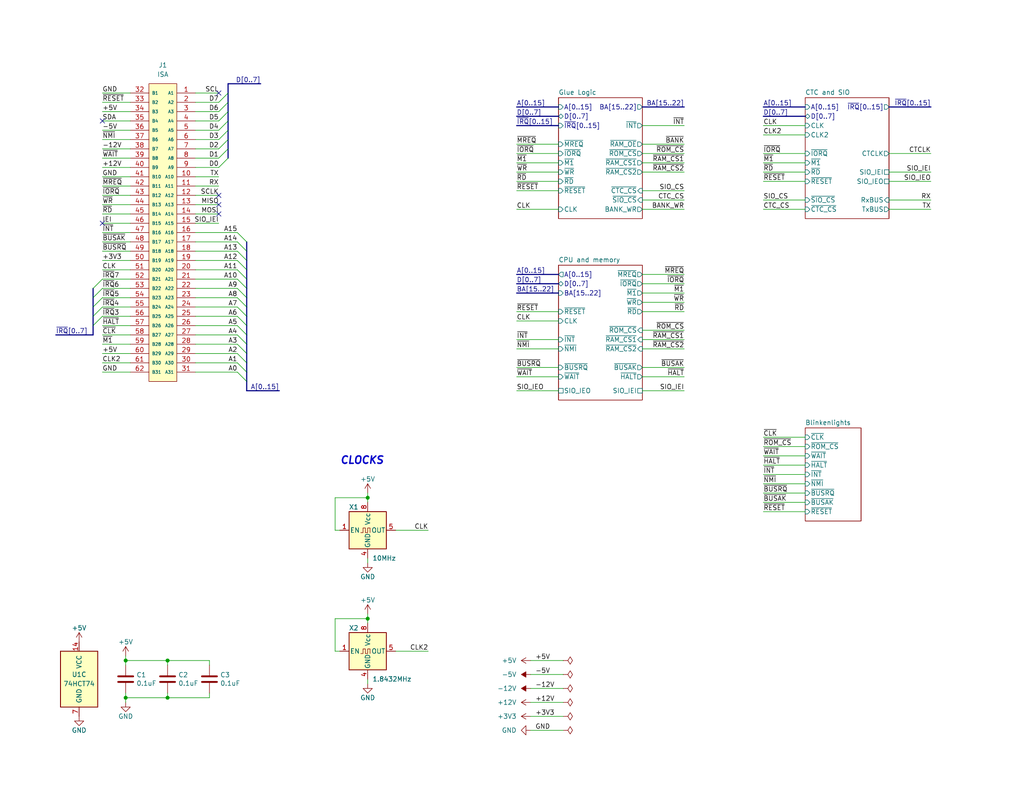
<source format=kicad_sch>
(kicad_sch (version 20230121) (generator eeschema)
  (paper "USLetter")
  (title_block (title "Main board with basic peripherals") (date "2023-08-16") (rev "1") (company "Frédéric Segard") (comment 1 "@microhobbyist") (comment 4 "A big thank you to John Winans for his inspiration, as well as Grant Searle"))
  (lib_symbols
    (symbol "+5V_1" (power) (pin_names (offset 0))
      (property "Value" "+5V_1" (at 0 3.556 0))
      (symbol "+5V_1_0_1"
        (polyline (pts (xy -0.762 1.27) (xy 0 2.54)))
        (polyline (pts (xy 0 0) (xy 0 2.54)))
        (polyline (pts (xy 0 2.54) (xy 0.762 1.27)))
      )
      (symbol "+5V_1_1_1"
        (pin power_in line (at 0 0 90) (length 0) hide (name "+5V") (number "1"))
      )
    )
    (symbol "0_Library:ISA_CARD_CONNECTOR_8BIT" (pin_names (offset 0.762))
      (property "Reference" "J" (at 0 3.81 0))
      (property "Value" "ISA" (at 0 1.27 0))
      (symbol "ISA_CARD_CONNECTOR_8BIT_0_0"
        (pin passive line (at 8.89 -2.54 180) (length 5.08) (name "A1") (number "1"))
        (pin passive line (at 8.89 -25.4 180) (length 5.08) (name "A10") (number "10"))
        (pin passive line (at 8.89 -27.94 180) (length 5.08) (name "A11") (number "11"))
        (pin passive line (at 8.89 -30.48 180) (length 5.08) (name "A12") (number "12"))
        (pin passive line (at 8.89 -33.02 180) (length 5.08) (name "A13") (number "13"))
        (pin passive line (at 8.89 -35.56 180) (length 5.08) (name "A14") (number "14"))
        (pin passive line (at 8.89 -38.1 180) (length 5.08) (name "A15") (number "15"))
        (pin passive line (at 8.89 -40.64 180) (length 5.08) (name "A16") (number "16"))
        (pin passive line (at 8.89 -43.18 180) (length 5.08) (name "A17") (number "17"))
        (pin passive line (at 8.89 -45.72 180) (length 5.08) (name "A18") (number "18"))
        (pin passive line (at 8.89 -48.26 180) (length 5.08) (name "A19") (number "19"))
        (pin passive line (at 8.89 -5.08 180) (length 5.08) (name "A2") (number "2"))
        (pin passive line (at 8.89 -50.8 180) (length 5.08) (name "A20") (number "20"))
        (pin passive line (at 8.89 -53.34 180) (length 5.08) (name "A21") (number "21"))
        (pin passive line (at 8.89 -55.88 180) (length 5.08) (name "A22") (number "22"))
        (pin passive line (at 8.89 -58.42 180) (length 5.08) (name "A23") (number "23"))
        (pin passive line (at 8.89 -60.96 180) (length 5.08) (name "A24") (number "24"))
        (pin passive line (at 8.89 -63.5 180) (length 5.08) (name "A25") (number "25"))
        (pin passive line (at 8.89 -66.04 180) (length 5.08) (name "A26") (number "26"))
        (pin passive line (at 8.89 -68.58 180) (length 5.08) (name "A27") (number "27"))
        (pin passive line (at 8.89 -71.12 180) (length 5.08) (name "A28") (number "28"))
        (pin passive line (at 8.89 -73.66 180) (length 5.08) (name "A29") (number "29"))
        (pin passive line (at 8.89 -7.62 180) (length 5.08) (name "A3") (number "3"))
        (pin passive line (at 8.89 -76.2 180) (length 5.08) (name "A30") (number "30"))
        (pin passive line (at 8.89 -78.74 180) (length 5.08) (name "A31") (number "31"))
        (pin passive line (at -8.89 -2.54 0) (length 5.08) (name "B1") (number "32"))
        (pin passive line (at -8.89 -5.08 0) (length 5.08) (name "B2") (number "33"))
        (pin passive line (at -8.89 -7.62 0) (length 5.08) (name "B3") (number "34"))
        (pin passive line (at -8.89 -10.16 0) (length 5.08) (name "B4") (number "35"))
        (pin passive line (at -8.89 -12.7 0) (length 5.08) (name "B5") (number "36"))
        (pin passive line (at -8.89 -15.24 0) (length 5.08) (name "B6") (number "37"))
        (pin passive line (at -8.89 -17.78 0) (length 5.08) (name "B7") (number "38"))
        (pin passive line (at -8.89 -20.32 0) (length 5.08) (name "B8") (number "39"))
        (pin passive line (at 8.89 -10.16 180) (length 5.08) (name "A4") (number "4"))
        (pin passive line (at -8.89 -22.86 0) (length 5.08) (name "B9") (number "40"))
        (pin passive line (at -8.89 -25.4 0) (length 5.08) (name "B10") (number "41"))
        (pin passive line (at -8.89 -27.94 0) (length 5.08) (name "B11") (number "42"))
        (pin passive line (at -8.89 -30.48 0) (length 5.08) (name "B12") (number "43"))
        (pin passive line (at -8.89 -33.02 0) (length 5.08) (name "B13") (number "44"))
        (pin passive line (at -8.89 -35.56 0) (length 5.08) (name "B14") (number "45"))
        (pin passive line (at -8.89 -38.1 0) (length 5.08) (name "B15") (number "46"))
        (pin passive line (at -8.89 -40.64 0) (length 5.08) (name "B16") (number "47"))
        (pin passive line (at -8.89 -43.18 0) (length 5.08) (name "B17") (number "48"))
        (pin passive line (at -8.89 -45.72 0) (length 5.08) (name "B18") (number "49"))
        (pin passive line (at 8.89 -12.7 180) (length 5.08) (name "A5") (number "5"))
        (pin passive line (at -8.89 -48.26 0) (length 5.08) (name "B19") (number "50"))
        (pin passive line (at -8.89 -50.8 0) (length 5.08) (name "B20") (number "51"))
        (pin passive line (at -8.89 -53.34 0) (length 5.08) (name "B21") (number "52"))
        (pin passive line (at -8.89 -55.88 0) (length 5.08) (name "B22") (number "53"))
        (pin passive line (at -8.89 -58.42 0) (length 5.08) (name "B23") (number "54"))
        (pin passive line (at -8.89 -60.96 0) (length 5.08) (name "B24") (number "55"))
        (pin passive line (at -8.89 -63.5 0) (length 5.08) (name "B25") (number "56"))
        (pin passive line (at -8.89 -66.04 0) (length 5.08) (name "B26") (number "57"))
        (pin passive line (at -8.89 -68.58 0) (length 5.08) (name "B27") (number "58"))
        (pin passive line (at -8.89 -71.12 0) (length 5.08) (name "B28") (number "59"))
        (pin passive line (at 8.89 -15.24 180) (length 5.08) (name "A6") (number "6"))
        (pin passive line (at -8.89 -73.66 0) (length 5.08) (name "B29") (number "60"))
        (pin passive line (at -8.89 -76.2 0) (length 5.08) (name "B30") (number "61"))
        (pin passive line (at -8.89 -78.74 0) (length 5.08) (name "B31") (number "62"))
        (pin passive line (at 8.89 -17.78 180) (length 5.08) (name "A7") (number "7"))
        (pin passive line (at 8.89 -20.32 180) (length 5.08) (name "A8") (number "8"))
        (pin passive line (at 8.89 -22.86 180) (length 5.08) (name "A9") (number "9"))
      )
      (symbol "ISA_CARD_CONNECTOR_8BIT_0_1"
        (rectangle (start -3.81 0) (end 3.81 -81.28) (fill (type background)))
      )
    )
    (symbol "74xx:74HC74" (pin_names (offset 1.016))
      (property "Reference" "U" (at -7.62 8.89 0))
      (property "Value" "74HC74" (at -7.62 -8.89 0))
      (symbol "74HC74_1_0"
        (pin input line (at 0 -7.62 90) (length 2.54) (name "~{R}") (number "1"))
        (pin input line (at -7.62 2.54 0) (length 2.54) (name "D") (number "2"))
        (pin input clock (at -7.62 0 0) (length 2.54) (name "C") (number "3"))
        (pin input line (at 0 7.62 270) (length 2.54) (name "~{S}") (number "4"))
        (pin output line (at 7.62 2.54 180) (length 2.54) (name "Q") (number "5"))
        (pin output line (at 7.62 -2.54 180) (length 2.54) (name "~{Q}") (number "6"))
      )
      (symbol "74HC74_1_1"
        (rectangle (start -5.08 5.08) (end 5.08 -5.08) (stroke (width 0.254)) (fill (type background)))
      )
      (symbol "74HC74_2_0"
        (pin input line (at 0 7.62 270) (length 2.54) (name "~{S}") (number "10"))
        (pin input clock (at -7.62 0 0) (length 2.54) (name "C") (number "11"))
        (pin input line (at -7.62 2.54 0) (length 2.54) (name "D") (number "12"))
        (pin input line (at 0 -7.62 90) (length 2.54) (name "~{R}") (number "13"))
        (pin output line (at 7.62 -2.54 180) (length 2.54) (name "~{Q}") (number "8"))
        (pin output line (at 7.62 2.54 180) (length 2.54) (name "Q") (number "9"))
      )
      (symbol "74HC74_2_1"
        (rectangle (start -5.08 5.08) (end 5.08 -5.08) (stroke (width 0.254)) (fill (type background)))
      )
      (symbol "74HC74_3_0"
        (pin power_in line (at 0 10.16 270) (length 2.54) (name "VCC") (number "14"))
        (pin power_in line (at 0 -10.16 90) (length 2.54) (name "GND") (number "7"))
      )
      (symbol "74HC74_3_1"
        (rectangle (start -5.08 7.62) (end 5.08 -7.62) (stroke (width 0.254)) (fill (type background)))
      )
    )
    (symbol "Device:C" (pin_numbers hide) (pin_names (offset 0.254))
      (property "Reference" "C" (at 0.635 2.54 0))
      (property "Value" "C" (at 0.635 -2.54 0))
      (symbol "C_0_1"
        (polyline (pts (xy -2.032 -0.762) (xy 2.032 -0.762)) (stroke (width 0.508)))
        (polyline (pts (xy -2.032 0.762) (xy 2.032 0.762)) (stroke (width 0.508)))
      )
      (symbol "C_1_1"
        (pin passive line (at 0 3.81 270) (length 2.794) (name "~") (number "1"))
        (pin passive line (at 0 -3.81 90) (length 2.794) (name "~") (number "2"))
      )
    )
    (symbol "GND_2" (power) (pin_names (offset 0))
      (property "Value" "GND_2" (at 0 -3.81 0))
      (symbol "GND_2_0_1"
        (polyline (pts (xy 0 0) (xy 0 -1.27) (xy 1.27 -1.27) (xy 0 -2.54) (xy -1.27 -1.27) (xy 0 -1.27)))
      )
      (symbol "GND_2_1_1"
        (pin power_in line (at 0 0 270) (length 0) hide (name "GND") (number "1"))
      )
    )
    (symbol "Oscillator:CXO_DIP8" (pin_names (offset 0.254))
      (property "Reference" "X" (at -5.08 6.35 0))
      (property "Value" "CXO_DIP8" (at 1.27 -6.35 0))
      (symbol "CXO_DIP8_0_1"
        (rectangle (start -5.08 5.08) (end 5.08 -5.08) (stroke (width 0.254)) (fill (type background)))
        (polyline (pts (xy -1.905 -0.635) (xy -1.27 -0.635) (xy -1.27 0.635) (xy -0.635 0.635) (xy -0.635 -0.635) (xy 0 -0.635) (xy 0 0.635) (xy 0.635 0.635) (xy 0.635 -0.635)))
      )
      (symbol "CXO_DIP8_1_1"
        (pin input line (at -7.62 0 0) (length 2.54) (name "EN") (number "1"))
        (pin power_in line (at 0 -7.62 90) (length 2.54) (name "GND") (number "4"))
        (pin output line (at 7.62 0 180) (length 2.54) (name "OUT") (number "5"))
        (pin power_in line (at 0 7.62 270) (length 2.54) (name "Vcc") (number "8"))
      )
    )
    (symbol "power:+12V" (power) (pin_names (offset 0))
      (property "Value" "+12V" (at 0 3.556 0))
      (symbol "+12V_0_1"
        (polyline (pts (xy -0.762 1.27) (xy 0 2.54)))
        (polyline (pts (xy 0 0) (xy 0 2.54)))
        (polyline (pts (xy 0 2.54) (xy 0.762 1.27)))
      )
      (symbol "+12V_1_1"
        (pin power_in line (at 0 0 90) (length 0) hide (name "+12V") (number "1"))
      )
    )
    (symbol "power:+3V3" (power) (pin_names (offset 0))
      (property "Value" "+3V3" (at 0 3.556 0))
      (symbol "+3V3_0_1"
        (polyline (pts (xy -0.762 1.27) (xy 0 2.54)))
        (polyline (pts (xy 0 0) (xy 0 2.54)))
        (polyline (pts (xy 0 2.54) (xy 0.762 1.27)))
      )
      (symbol "+3V3_1_1"
        (pin power_in line (at 0 0 90) (length 0) hide (name "+3V3") (number "1"))
      )
    )
    (symbol "power:+5V" (power) (pin_names (offset 0))
      (property "Value" "+5V" (at 0 3.556 0))
      (symbol "+5V_0_1"
        (polyline (pts (xy -0.762 1.27) (xy 0 2.54)))
        (polyline (pts (xy 0 0) (xy 0 2.54)))
        (polyline (pts (xy 0 2.54) (xy 0.762 1.27)))
      )
      (symbol "+5V_1_1"
        (pin power_in line (at 0 0 90) (length 0) hide (name "+5V") (number "1"))
      )
    )
    (symbol "power:-12V" (power) (pin_names (offset 0))
      (property "Value" "-12V" (at 0 3.81 0))
      (symbol "-12V_0_0"
        (pin power_in line (at 0 0 90) (length 0) hide (name "-12V") (number "1"))
      )
      (symbol "-12V_0_1"
        (polyline (pts (xy 0 0) (xy 0 1.27) (xy 0.762 1.27) (xy 0 2.54) (xy -0.762 1.27) (xy 0 1.27)) (fill (type outline)))
      )
    )
    (symbol "power:-5V" (power) (pin_names (offset 0))
      (property "Value" "-5V" (at 0 3.81 0))
      (symbol "-5V_0_0"
        (pin power_in line (at 0 0 90) (length 0) hide (name "-5V") (number "1"))
      )
      (symbol "-5V_0_1"
        (polyline (pts (xy 0 0) (xy 0 1.27) (xy 0.762 1.27) (xy 0 2.54) (xy -0.762 1.27) (xy 0 1.27)) (fill (type outline)))
      )
    )
    (symbol "power:GND" (power) (pin_names (offset 0))
      (property "Value" "GND" (at 0 -3.81 0))
      (symbol "GND_0_1"
        (polyline (pts (xy 0 0) (xy 0 -1.27) (xy 1.27 -1.27) (xy 0 -2.54) (xy -1.27 -1.27) (xy 0 -1.27)))
      )
      (symbol "GND_1_1"
        (pin power_in line (at 0 0 270) (length 0) hide (name "GND") (number "1"))
      )
    )
    (symbol "power:PWR_FLAG" (power) (pin_numbers hide) (pin_names (offset 0) hide)
      (property "Value" "PWR_FLAG" (at 0 3.81 0))
      (symbol "PWR_FLAG_0_0"
        (pin power_out line (at 0 0 90) (length 0) (name "pwr") (number "1"))
      )
      (symbol "PWR_FLAG_0_1"
        (polyline (pts (xy 0 0) (xy 0 1.27) (xy -1.016 1.905) (xy 0 2.54) (xy 1.016 1.905) (xy 0 1.27)))
      )
    )
  )
  (junction (at 34.29 180.34))
  (junction (at 100.33 135.89))
  (junction (at 100.33 168.91))
  (junction (at 34.29 190.5))
  (junction (at 45.72 190.5))
  (junction (at 45.72 180.34))
  (no_connect (at 27.94 60.96))
  (no_connect (at 27.94 33.02))
  (no_connect (at 59.69 55.88))
  (no_connect (at 59.69 58.42))
  (no_connect (at 59.69 25.4))
  (no_connect (at 59.69 53.34))
  (bus_entry (at 67.31 73.66) (size -2.54 -2.54))
  (bus_entry (at 67.31 66.04) (size -2.54 -2.54))
  (bus_entry (at 25.4 86.36) (size 2.54 -2.54))
  (bus_entry (at 59.69 45.72) (size 2.54 -2.54))
  (bus_entry (at 59.69 33.02) (size 2.54 -2.54))
  (bus_entry (at 67.31 96.52) (size -2.54 -2.54))
  (bus_entry (at 59.69 27.94) (size 2.54 -2.54))
  (bus_entry (at 67.31 78.74) (size -2.54 -2.54))
  (bus_entry (at 25.4 81.28) (size 2.54 -2.54))
  (bus_entry (at 67.31 81.28) (size -2.54 -2.54))
  (bus_entry (at 67.31 83.82) (size -2.54 -2.54))
  (bus_entry (at 67.31 101.6) (size -2.54 -2.54))
  (bus_entry (at 25.4 88.9) (size 2.54 -2.54))
  (bus_entry (at 25.4 83.82) (size 2.54 -2.54))
  (bus_entry (at 67.31 68.58) (size -2.54 -2.54))
  (bus_entry (at 67.31 71.12) (size -2.54 -2.54))
  (bus_entry (at 67.31 91.44) (size -2.54 -2.54))
  (bus_entry (at 67.31 93.98) (size -2.54 -2.54))
  (bus_entry (at 59.69 43.18) (size 2.54 -2.54))
  (bus_entry (at 59.69 30.48) (size 2.54 -2.54))
  (bus_entry (at 67.31 86.36) (size -2.54 -2.54))
  (bus_entry (at 67.31 76.2) (size -2.54 -2.54))
  (bus_entry (at 67.31 88.9) (size -2.54 -2.54))
  (bus_entry (at 67.31 104.14) (size -2.54 -2.54))
  (bus_entry (at 25.4 78.74) (size 2.54 -2.54))
  (bus_entry (at 59.69 40.64) (size 2.54 -2.54))
  (bus_entry (at 67.31 99.06) (size -2.54 -2.54))
  (bus_entry (at 59.69 38.1) (size 2.54 -2.54))
  (bus_entry (at 59.69 35.56) (size 2.54 -2.54))
  (wire (pts (xy 27.94 25.4) (xy 35.56 25.4)))
  (wire (pts (xy 27.94 63.5) (xy 35.56 63.5)))
  (wire (pts (xy 34.29 190.5) (xy 34.29 191.77)))
  (wire (pts (xy 53.34 33.02) (xy 59.69 33.02)))
  (wire (pts (xy 34.29 190.5) (xy 45.72 190.5)))
  (wire (pts (xy 100.33 135.89) (xy 91.44 135.89)))
  (bus (pts (xy 67.31 96.52) (xy 67.31 99.06)))
  (wire (pts (xy 53.34 25.4) (xy 59.69 25.4)))
  (bus (pts (xy 62.23 27.94) (xy 62.23 25.4)))
  (wire (pts (xy 59.69 53.34) (xy 53.34 53.34)))
  (wire (pts (xy 27.94 30.48) (xy 35.56 30.48)))
  (wire (pts (xy 208.28 129.54) (xy 219.71 129.54)))
  (wire (pts (xy 53.34 71.12) (xy 64.77 71.12)))
  (wire (pts (xy 144.78 187.96) (xy 153.67 187.96)))
  (bus (pts (xy 67.31 66.04) (xy 67.31 68.58)))
  (wire (pts (xy 53.34 78.74) (xy 64.77 78.74)))
  (wire (pts (xy 34.29 189.23) (xy 34.29 190.5)))
  (wire (pts (xy 219.71 127) (xy 208.28 127)))
  (wire (pts (xy 242.57 41.91) (xy 254 41.91)))
  (wire (pts (xy 100.33 153.67) (xy 100.33 152.4)))
  (wire (pts (xy 53.34 91.44) (xy 64.77 91.44)))
  (wire (pts (xy 27.94 45.72) (xy 35.56 45.72)))
  (wire (pts (xy 144.78 195.58) (xy 153.67 195.58)))
  (bus (pts (xy 67.31 86.36) (xy 67.31 88.9)))
  (wire (pts (xy 208.28 134.62) (xy 219.71 134.62)))
  (wire (pts (xy 208.28 119.38) (xy 219.71 119.38)))
  (bus (pts (xy 67.31 71.12) (xy 67.31 73.66)))
  (wire (pts (xy 175.26 77.47) (xy 186.69 77.47)))
  (wire (pts (xy 208.28 46.99) (xy 219.71 46.99)))
  (wire (pts (xy 100.33 134.62) (xy 100.33 135.89)))
  (wire (pts (xy 140.97 49.53) (xy 152.4 49.53)))
  (wire (pts (xy 208.28 41.91) (xy 219.71 41.91)))
  (wire (pts (xy 175.26 46.99) (xy 186.69 46.99)))
  (wire (pts (xy 27.94 48.26) (xy 35.56 48.26)))
  (wire (pts (xy 140.97 85.09) (xy 152.4 85.09)))
  (wire (pts (xy 107.95 144.78) (xy 116.84 144.78)))
  (wire (pts (xy 27.94 68.58) (xy 35.56 68.58)))
  (wire (pts (xy 45.72 190.5) (xy 57.15 190.5)))
  (wire (pts (xy 27.94 99.06) (xy 35.56 99.06)))
  (bus (pts (xy 62.23 33.02) (xy 62.23 30.48)))
  (bus (pts (xy 67.31 78.74) (xy 67.31 81.28)))
  (wire (pts (xy 53.34 27.94) (xy 59.69 27.94)))
  (wire (pts (xy 100.33 167.64) (xy 100.33 168.91)))
  (wire (pts (xy 175.26 39.37) (xy 186.69 39.37)))
  (bus (pts (xy 67.31 73.66) (xy 67.31 76.2)))
  (wire (pts (xy 175.26 34.29) (xy 186.69 34.29)))
  (bus (pts (xy 140.97 31.75) (xy 152.4 31.75)))
  (wire (pts (xy 175.26 80.01) (xy 186.69 80.01)))
  (wire (pts (xy 140.97 102.87) (xy 152.4 102.87)))
  (wire (pts (xy 175.26 41.91) (xy 186.69 41.91)))
  (bus (pts (xy 67.31 81.28) (xy 67.31 83.82)))
  (wire (pts (xy 107.95 177.8) (xy 116.84 177.8)))
  (wire (pts (xy 34.29 180.34) (xy 34.29 181.61)))
  (bus (pts (xy 67.31 99.06) (xy 67.31 101.6)))
  (wire (pts (xy 53.34 81.28) (xy 64.77 81.28)))
  (wire (pts (xy 175.26 100.33) (xy 186.69 100.33)))
  (wire (pts (xy 91.44 168.91) (xy 91.44 177.8)))
  (wire (pts (xy 53.34 40.64) (xy 59.69 40.64)))
  (bus (pts (xy 67.31 68.58) (xy 67.31 71.12)))
  (wire (pts (xy 34.29 180.34) (xy 45.72 180.34)))
  (wire (pts (xy 254 49.53) (xy 242.57 49.53)))
  (wire (pts (xy 27.94 55.88) (xy 35.56 55.88)))
  (wire (pts (xy 140.97 46.99) (xy 152.4 46.99)))
  (wire (pts (xy 100.33 186.69) (xy 100.33 185.42)))
  (wire (pts (xy 175.26 90.17) (xy 186.69 90.17)))
  (wire (pts (xy 27.94 43.18) (xy 35.56 43.18)))
  (wire (pts (xy 100.33 168.91) (xy 91.44 168.91)))
  (bus (pts (xy 67.31 83.82) (xy 67.31 86.36)))
  (wire (pts (xy 140.97 41.91) (xy 152.4 41.91)))
  (wire (pts (xy 53.34 43.18) (xy 59.69 43.18)))
  (bus (pts (xy 175.26 29.21) (xy 186.69 29.21)))
  (bus (pts (xy 62.23 22.86) (xy 71.12 22.86)))
  (bus (pts (xy 25.4 86.36) (xy 25.4 88.9)))
  (bus (pts (xy 62.23 43.18) (xy 62.23 40.64)))
  (bus (pts (xy 25.4 88.9) (xy 25.4 91.44)))
  (bus (pts (xy 67.31 93.98) (xy 67.31 96.52)))
  (wire (pts (xy 140.97 95.25) (xy 152.4 95.25)))
  (wire (pts (xy 27.94 96.52) (xy 35.56 96.52)))
  (wire (pts (xy 208.28 49.53) (xy 219.71 49.53)))
  (wire (pts (xy 53.34 96.52) (xy 64.77 96.52)))
  (bus (pts (xy 67.31 104.14) (xy 67.31 106.68)))
  (wire (pts (xy 175.26 44.45) (xy 186.69 44.45)))
  (wire (pts (xy 53.34 30.48) (xy 59.69 30.48)))
  (wire (pts (xy 53.34 35.56) (xy 59.69 35.56)))
  (wire (pts (xy 27.94 58.42) (xy 35.56 58.42)))
  (wire (pts (xy 186.69 54.61) (xy 175.26 54.61)))
  (wire (pts (xy 53.34 93.98) (xy 64.77 93.98)))
  (wire (pts (xy 175.26 106.68) (xy 186.69 106.68)))
  (wire (pts (xy 140.97 39.37) (xy 152.4 39.37)))
  (bus (pts (xy 62.23 35.56) (xy 62.23 33.02)))
  (wire (pts (xy 208.28 139.7) (xy 219.71 139.7)))
  (wire (pts (xy 59.69 58.42) (xy 53.34 58.42)))
  (wire (pts (xy 53.34 60.96) (xy 59.69 60.96)))
  (bus (pts (xy 62.23 30.48) (xy 62.23 27.94)))
  (wire (pts (xy 27.94 81.28) (xy 35.56 81.28)))
  (wire (pts (xy 27.94 101.6) (xy 35.56 101.6)))
  (wire (pts (xy 175.26 57.15) (xy 186.69 57.15)))
  (bus (pts (xy 67.31 76.2) (xy 67.31 78.74)))
  (wire (pts (xy 91.44 177.8) (xy 92.71 177.8)))
  (wire (pts (xy 27.94 76.2) (xy 35.56 76.2)))
  (bus (pts (xy 25.4 83.82) (xy 25.4 86.36)))
  (wire (pts (xy 27.94 60.96) (xy 35.56 60.96)))
  (wire (pts (xy 175.26 95.25) (xy 186.69 95.25)))
  (wire (pts (xy 53.34 38.1) (xy 59.69 38.1)))
  (wire (pts (xy 175.26 82.55) (xy 186.69 82.55)))
  (wire (pts (xy 27.94 33.02) (xy 35.56 33.02)))
  (wire (pts (xy 27.94 91.44) (xy 35.56 91.44)))
  (bus (pts (xy 25.4 81.28) (xy 25.4 83.82)))
  (wire (pts (xy 53.34 88.9) (xy 64.77 88.9)))
  (bus (pts (xy 140.97 77.47) (xy 152.4 77.47)))
  (wire (pts (xy 144.78 191.77) (xy 153.67 191.77)))
  (wire (pts (xy 53.34 73.66) (xy 64.77 73.66)))
  (bus (pts (xy 242.57 29.21) (xy 254 29.21)))
  (wire (pts (xy 27.94 73.66) (xy 35.56 73.66)))
  (wire (pts (xy 53.34 83.82) (xy 64.77 83.82)))
  (wire (pts (xy 27.94 83.82) (xy 35.56 83.82)))
  (wire (pts (xy 27.94 78.74) (xy 35.56 78.74)))
  (wire (pts (xy 208.28 132.08) (xy 219.71 132.08)))
  (wire (pts (xy 53.34 66.04) (xy 64.77 66.04)))
  (wire (pts (xy 175.26 74.93) (xy 186.69 74.93)))
  (bus (pts (xy 67.31 88.9) (xy 67.31 91.44)))
  (wire (pts (xy 53.34 48.26) (xy 59.69 48.26)))
  (wire (pts (xy 242.57 57.15) (xy 254 57.15)))
  (wire (pts (xy 208.28 44.45) (xy 219.71 44.45)))
  (wire (pts (xy 208.28 54.61) (xy 219.71 54.61)))
  (bus (pts (xy 62.23 25.4) (xy 62.23 22.86)))
  (bus (pts (xy 140.97 74.93) (xy 152.4 74.93)))
  (wire (pts (xy 57.15 189.23) (xy 57.15 190.5)))
  (wire (pts (xy 34.29 179.07) (xy 34.29 180.34)))
  (wire (pts (xy 140.97 44.45) (xy 152.4 44.45)))
  (bus (pts (xy 208.28 31.75) (xy 219.71 31.75)))
  (bus (pts (xy 67.31 106.68) (xy 76.2 106.68)))
  (bus (pts (xy 140.97 34.29) (xy 152.4 34.29)))
  (wire (pts (xy 100.33 168.91) (xy 100.33 170.18)))
  (bus (pts (xy 25.4 78.74) (xy 25.4 81.28)))
  (wire (pts (xy 27.94 53.34) (xy 35.56 53.34)))
  (wire (pts (xy 186.69 52.07) (xy 175.26 52.07)))
  (wire (pts (xy 45.72 189.23) (xy 45.72 190.5)))
  (wire (pts (xy 45.72 181.61) (xy 45.72 180.34)))
  (wire (pts (xy 27.94 50.8) (xy 35.56 50.8)))
  (wire (pts (xy 144.78 199.39) (xy 153.67 199.39)))
  (bus (pts (xy 208.28 29.21) (xy 219.71 29.21)))
  (wire (pts (xy 27.94 86.36) (xy 35.56 86.36)))
  (wire (pts (xy 57.15 181.61) (xy 57.15 180.34)))
  (wire (pts (xy 140.97 57.15) (xy 152.4 57.15)))
  (bus (pts (xy 140.97 29.21) (xy 152.4 29.21)))
  (bus (pts (xy 67.31 91.44) (xy 67.31 93.98)))
  (wire (pts (xy 140.97 106.68) (xy 152.4 106.68)))
  (wire (pts (xy 208.28 124.46) (xy 219.71 124.46)))
  (wire (pts (xy 208.28 36.83) (xy 219.71 36.83)))
  (wire (pts (xy 27.94 35.56) (xy 35.56 35.56)))
  (wire (pts (xy 59.69 55.88) (xy 53.34 55.88)))
  (wire (pts (xy 53.34 50.8) (xy 59.69 50.8)))
  (wire (pts (xy 242.57 54.61) (xy 254 54.61)))
  (wire (pts (xy 208.28 57.15) (xy 219.71 57.15)))
  (bus (pts (xy 62.23 38.1) (xy 62.23 35.56)))
  (wire (pts (xy 27.94 40.64) (xy 35.56 40.64)))
  (wire (pts (xy 27.94 66.04) (xy 35.56 66.04)))
  (wire (pts (xy 53.34 63.5) (xy 64.77 63.5)))
  (wire (pts (xy 175.26 102.87) (xy 186.69 102.87)))
  (wire (pts (xy 175.26 85.09) (xy 186.69 85.09)))
  (wire (pts (xy 219.71 121.92) (xy 208.28 121.92)))
  (wire (pts (xy 53.34 99.06) (xy 64.77 99.06)))
  (wire (pts (xy 140.97 87.63) (xy 152.4 87.63)))
  (wire (pts (xy 144.78 180.34) (xy 153.67 180.34)))
  (wire (pts (xy 27.94 93.98) (xy 35.56 93.98)))
  (wire (pts (xy 208.28 34.29) (xy 219.71 34.29)))
  (wire (pts (xy 53.34 68.58) (xy 64.77 68.58)))
  (wire (pts (xy 91.44 144.78) (xy 92.71 144.78)))
  (wire (pts (xy 100.33 135.89) (xy 100.33 137.16)))
  (bus (pts (xy 15.24 91.44) (xy 25.4 91.44)))
  (wire (pts (xy 242.57 46.99) (xy 254 46.99)))
  (wire (pts (xy 27.94 88.9) (xy 35.56 88.9)))
  (wire (pts (xy 140.97 92.71) (xy 152.4 92.71)))
  (bus (pts (xy 67.31 101.6) (xy 67.31 104.14)))
  (wire (pts (xy 219.71 137.16) (xy 208.28 137.16)))
  (wire (pts (xy 144.78 184.15) (xy 153.67 184.15)))
  (wire (pts (xy 53.34 86.36) (xy 64.77 86.36)))
  (bus (pts (xy 62.23 40.64) (xy 62.23 38.1)))
  (wire (pts (xy 53.34 45.72) (xy 59.69 45.72)))
  (wire (pts (xy 27.94 38.1) (xy 35.56 38.1)))
  (wire (pts (xy 91.44 135.89) (xy 91.44 144.78)))
  (wire (pts (xy 45.72 180.34) (xy 57.15 180.34)))
  (wire (pts (xy 53.34 76.2) (xy 64.77 76.2)))
  (wire (pts (xy 27.94 27.94) (xy 35.56 27.94)))
  (wire (pts (xy 53.34 101.6) (xy 64.77 101.6)))
  (wire (pts (xy 175.26 92.71) (xy 186.69 92.71)))
  (wire (pts (xy 140.97 52.07) (xy 152.4 52.07)))
  (wire (pts (xy 140.97 100.33) (xy 152.4 100.33)))
  (bus (pts (xy 140.97 80.01) (xy 152.4 80.01)))
  (wire (pts (xy 35.56 71.12) (xy 27.94 71.12)))
  (text "CLOCKS" (at 92.71 127 0) (effects (font (size 2 2) (thickness 0.4) bold italic) (justify left bottom)))
  (label "~{MREQ}" (at 186.69 74.93 180))
  (label "~{M1}" (at 27.94 93.98 0))
  (label "~{BUSRQ}" (at 208.28 134.62 0))
  (label "A2" (at 64.77 96.52 180))
  (label "D4" (at 59.69 35.56 180))
  (label "~{ROM_CS}" (at 208.28 121.92 0))
  (label "~{HALT}" (at 27.94 88.9 0))
  (label "CLK" (at 27.94 73.66 0))
  (label "~{WAIT}" (at 140.97 102.87 0))
  (label "-5V" (at 27.94 35.56 0))
  (label "CLK2" (at 116.84 177.8 180))
  (label "~{MREQ}" (at 140.97 39.37 0))
  (label "+5V" (at 27.94 30.48 0))
  (label "A4" (at 64.77 91.44 180))
  (label "CLK" (at 140.97 57.15 0))
  (label "~{WR}" (at 140.97 46.99 0))
  (label "~{IRQ}[0..15]" (at 254 29.21 180))
  (label "~{IRQ}4" (at 27.94 83.82 0))
  (label "A14" (at 64.77 66.04 180))
  (label "~{CLK}" (at 27.94 91.44 0))
  (label "CLK2" (at 27.94 99.06 0))
  (label "~{HALT}" (at 208.28 127 0))
  (label "~{BANK}" (at 186.69 39.37 180))
  (label "GND" (at 146.05 199.39 0))
  (label "~{INT}" (at 140.97 92.71 0))
  (label "~{IRQ}[0..15]" (at 140.97 34.29 0))
  (label "A0" (at 64.77 101.6 180))
  (label "A[0..15]" (at 208.28 29.21 0))
  (label "~{IORQ}" (at 140.97 41.91 0))
  (label "~{RESET}" (at 27.94 27.94 0))
  (label "SIO_IEI" (at 59.69 60.96 180))
  (label "~{INT}" (at 186.69 34.29 180))
  (label "~{RD}" (at 208.28 46.99 0))
  (label "BA[15..22]" (at 186.69 29.21 180))
  (label "CLK" (at 140.97 87.63 0))
  (label "~{WR}" (at 186.69 82.55 180))
  (label "SIO_CS" (at 186.69 52.07 180))
  (label "TX" (at 59.69 48.26 180))
  (label "A6" (at 64.77 86.36 180))
  (label "A[0..15]" (at 140.97 29.21 0))
  (label "MOSI" (at 59.69 58.42 180))
  (label "SCL" (at 59.69 25.4 180))
  (label "CTCLK" (at 254 41.91 180))
  (label "D1" (at 59.69 43.18 180))
  (label "~{NMI}" (at 27.94 38.1 0))
  (label "~{IRQ}[0..7]" (at 15.24 91.44 0))
  (label "~{M1}" (at 186.69 80.01 180))
  (label "CLK2" (at 208.28 36.83 0))
  (label "~{NMI}" (at 140.97 95.25 0))
  (label "D0" (at 59.69 45.72 180))
  (label "MISO" (at 59.69 55.88 180))
  (label "~{M1}" (at 208.28 44.45 0))
  (label "~{IRQ}5" (at 27.94 81.28 0))
  (label "A13" (at 64.77 68.58 180))
  (label "A5" (at 64.77 88.9 180))
  (label "SIO_IEO" (at 140.97 106.68 0))
  (label "A7" (at 64.77 83.82 180))
  (label "GND" (at 27.94 25.4 0))
  (label "~{MREQ}" (at 27.94 50.8 0))
  (label "~{RD}" (at 186.69 85.09 180))
  (label "~{IORQ}" (at 208.28 41.91 0))
  (label "D[0..7]" (at 71.12 22.86 180))
  (label "GND" (at 27.94 101.6 0))
  (label "SIO_IEO" (at 254 49.53 180))
  (label "+5V" (at 27.94 96.52 0))
  (label "~{RAM_CS2}" (at 186.69 46.99 180))
  (label "SIO_IEI" (at 254 46.99 180))
  (label "+12V" (at 27.94 45.72 0))
  (label "D7" (at 59.69 27.94 180))
  (label "GND" (at 27.94 48.26 0))
  (label "SIO_IEI" (at 186.69 106.68 180))
  (label "~{WAIT}" (at 27.94 43.18 0))
  (label "BANK_WR" (at 186.69 57.15 180))
  (label "D[0..7]" (at 140.97 31.75 0))
  (label "~{HALT}" (at 186.69 102.87 180))
  (label "A8" (at 64.77 81.28 180))
  (label "D3" (at 59.69 38.1 180))
  (label "+3V3" (at 146.05 195.58 0))
  (label "~{INT}" (at 208.28 129.54 0))
  (label "SCLK" (at 59.69 53.34 180))
  (label "~{IRQ}3" (at 27.94 86.36 0))
  (label "A[0..15]" (at 140.97 74.93 0))
  (label "A1" (at 64.77 99.06 180))
  (label "A15" (at 64.77 63.5 180))
  (label "RX" (at 59.69 50.8 180))
  (label "D6" (at 59.69 30.48 180))
  (label "~{IRQ}6" (at 27.94 78.74 0))
  (label "~{ROM_CS}" (at 186.69 90.17 180))
  (label "-12V" (at 146.05 187.96 0))
  (label "~{RAM_CS1}" (at 186.69 44.45 180))
  (label "+12V" (at 146.05 191.77 0))
  (label "D[0..7]" (at 208.28 31.75 0))
  (label "~{RD}" (at 140.97 49.53 0))
  (label "SIO_CS" (at 208.28 54.61 0))
  (label "~{RESET}" (at 208.28 49.53 0))
  (label "~{RESET}" (at 208.28 139.7 0))
  (label "TX" (at 254 57.15 180))
  (label "-5V" (at 146.05 184.15 0))
  (label "~{BUSAK}" (at 27.94 66.04 0))
  (label "BA[15..22]" (at 140.97 80.01 0))
  (label "~{BUSAK}" (at 208.28 137.16 0))
  (label "A[0..15]" (at 76.2 106.68 180))
  (label "A9" (at 64.77 78.74 180))
  (label "~{BUSRQ}" (at 27.94 68.58 0))
  (label "~{RESET}" (at 140.97 52.07 0))
  (label "~{BUSRQ}" (at 140.97 100.33 0))
  (label "A10" (at 64.77 76.2 180))
  (label "~{RAM_CS2}" (at 186.69 95.25 180))
  (label "CLK" (at 116.84 144.78 180))
  (label "IEI" (at 27.94 60.96 0))
  (label "+5V" (at 146.05 180.34 0))
  (label "~{INT}" (at 27.94 63.5 0))
  (label "RX" (at 254 54.61 180))
  (label "~{CLK}" (at 208.28 119.38 0))
  (label "~{WR}" (at 27.94 55.88 0))
  (label "~{IORQ}" (at 186.69 77.47 180))
  (label "CTC_CS" (at 208.28 57.15 0))
  (label "~{M1}" (at 140.97 44.45 0))
  (label "A11" (at 64.77 73.66 180))
  (label "~{RAM_CS1}" (at 186.69 92.71 180))
  (label "~{NMI}" (at 208.28 132.08 0))
  (label "~{RD}" (at 27.94 58.42 0))
  (label "CTC_CS" (at 186.69 54.61 180))
  (label "A12" (at 64.77 71.12 180))
  (label "D2" (at 59.69 40.64 180))
  (label "~{WAIT}" (at 208.28 124.46 0))
  (label "~{RESET}" (at 140.97 85.09 0))
  (label "D5" (at 59.69 33.02 180))
  (label "~{BUSAK}" (at 186.69 100.33 180))
  (label "~{IRQ}7" (at 27.94 76.2 0))
  (label "D[0..7]" (at 140.97 77.47 0))
  (label "~{ROM_CS}" (at 186.69 41.91 180))
  (label "+3V3" (at 27.94 71.12 0))
  (label "~{IORQ}" (at 27.94 53.34 0))
  (label "-12V" (at 27.94 40.64 0))
  (label "A3" (at 64.77 93.98 180))
  (label "CLK" (at 208.28 34.29 0))
  (label "SDA" (at 27.94 33.02 0))
  (symbol (lib_name "GND_2") (lib_id "power:GND") (at 100.33 153.67 0) (unit 1)
    (property "Reference" "#PWR06" (effects hide))
    (property "Value" "GND" (at 100.33 157.48 0))
  )
  (symbol (lib_id "power:PWR_FLAG") (at 153.67 199.39 270) (unit 1)
    (property "Reference" "#FLG06" (effects hide))
    (property "Value" "PWR_FLAG" (effects hide))
  )
  (symbol (lib_id "74xx:74HC74") (at 21.59 185.42 0) (unit 3)
    (property "Reference" "U1" (at 21.59 184.15 0))
    (property "Value" "74HCT74" (at 21.59 186.69 0))
    (property "Footprint" "Package_DIP:DIP-14_W7.62mm_Socket" (effects hide))
    (property "Datasheet" "74xx/74hc_hct74.pdf" (effects hide))
  )
  (symbol (lib_id "Oscillator:CXO_DIP8") (at 100.33 177.8 0) (unit 1)
    (property "Reference" "X2" (at 96.52 171.45 0))
    (property "Value" "1.8432MHz" (at 101.6 185.42 0) (effects (justify left)))
    (property "Footprint" "0_Library:DIP-8-4_W7.62mm_Oscillator_Socket" (effects hide))
    (property "Datasheet" "http://cdn-reichelt.de/documents/datenblatt/B400/OSZI.pdf" (effects hide))
  )
  (symbol (lib_id "power:PWR_FLAG") (at 153.67 180.34 270) (unit 1)
    (property "Reference" "#FLG01" (effects hide))
    (property "Value" "PWR_FLAG" (effects hide))
  )
  (symbol (lib_id "Device:C") (at 57.15 185.42 0) (unit 1)
    (property "Reference" "C3" (at 60.071 184.2516 0) (effects (justify left)))
    (property "Value" "0.1uF" (at 60.071 186.563 0) (effects (justify left)))
    (property "Footprint" "Capacitor_THT:C_Disc_D3.0mm_W2.0mm_P2.50mm" (effects hide))
  )
  (symbol (lib_id "power:+3V3") (at 144.78 195.58 90) (unit 1)
    (property "Reference" "#PWR015" (effects hide))
    (property "Value" "+3V3" (at 140.97 195.58 90) (effects (justify left)))
  )
  (symbol (lib_id "power:PWR_FLAG") (at 153.67 184.15 270) (unit 1)
    (property "Reference" "#FLG02" (effects hide))
    (property "Value" "PWR_FLAG" (effects hide))
  )
  (symbol (lib_id "Device:C") (at 45.72 185.42 0) (unit 1)
    (property "Reference" "C2" (at 48.641 184.2516 0) (effects (justify left)))
    (property "Value" "0.1uF" (at 48.641 186.563 0) (effects (justify left)))
    (property "Footprint" "Capacitor_THT:C_Disc_D3.0mm_W2.0mm_P2.50mm" (effects hide))
  )
  (symbol (lib_id "0_Library:ISA_CARD_CONNECTOR_8BIT") (at 44.45 22.86 0) (unit 1)
    (property "Reference" "J1" (at 44.45 17.78 0))
    (property "Value" "ISA" (at 44.45 20.32 0))
    (property "Footprint" "0_Library:BUS_XT v2" (effects hide))
    (property "Datasheet" "https://www.te.com/commerce/DocumentDelivery/DDEController?Action=showdoc&DocId=Customer+Drawing%7F5530843%7FF8%7Fpdf%7FEnglish%7FENG_CD_5530843_F8.pdf%7F6-5530843-5" (effects hide))
    (property "Description" "Standard Card Edge Connectors 100 VRT 062DP" (effects hide))
    (property "Height" "15.494" (effects hide))
    (property "Mouser Part Number" "571-6-5530843-5" (effects hide))
    (property "Mouser Price/Stock" "https://www.mouser.co.uk/ProductDetail/TE-Connectivity/6-5530843-5?qs=X1mjqRbeMc4evMKvgkFEjA%3D%3D" (effects hide))
    (property "Manufacturer_Name" "TE Connectivity" (effects hide))
    (property "Manufacturer_Part_Number" "6-5530843-5" (effects hide))
  )
  (symbol (lib_id "power:-12V") (at 144.78 187.96 90) (unit 1)
    (property "Reference" "#PWR013" (effects hide))
    (property "Value" "-12V" (at 140.97 187.96 90) (effects (justify left)))
  )
  (symbol (lib_id "power:PWR_FLAG") (at 153.67 195.58 270) (unit 1)
    (property "Reference" "#FLG05" (effects hide))
    (property "Value" "PWR_FLAG" (effects hide))
  )
  (symbol (lib_name "GND_2") (lib_id "power:GND") (at 100.33 186.69 0) (unit 1)
    (property "Reference" "#PWR08" (effects hide))
    (property "Value" "GND" (at 100.33 190.5 0))
  )
  (symbol (lib_name "+5V_1") (lib_id "power:+5V") (at 100.33 167.64 0) (unit 1)
    (property "Reference" "#PWR07" (effects hide))
    (property "Value" "+5V" (at 100.33 163.83 0))
  )
  (symbol (lib_id "power:PWR_FLAG") (at 153.67 191.77 270) (unit 1)
    (property "Reference" "#FLG04" (effects hide))
    (property "Value" "PWR_FLAG" (effects hide))
  )
  (symbol (lib_name "GND_2") (lib_id "power:GND") (at 21.59 195.58 0) (unit 1)
    (property "Reference" "#PWR02" (effects hide))
    (property "Value" "GND" (at 21.59 199.39 0))
  )
  (symbol (lib_name "GND_2") (lib_id "power:GND") (at 34.29 191.77 0) (unit 1)
    (property "Reference" "#PWR04" (effects hide))
    (property "Value" "GND" (at 34.29 195.58 0))
  )
  (symbol (lib_id "power:-5V") (at 144.78 184.15 90) (unit 1)
    (property "Reference" "#PWR012" (effects hide))
    (property "Value" "-5V" (at 140.97 184.15 90) (effects (justify left)))
  )
  (symbol (lib_name "+5V_1") (lib_id "power:+5V") (at 21.59 175.26 0) (unit 1)
    (property "Reference" "#PWR01" (effects hide))
    (property "Value" "+5V" (at 21.59 171.45 0))
  )
  (symbol (lib_id "Device:C") (at 34.29 185.42 0) (unit 1)
    (property "Reference" "C1" (at 37.211 184.2516 0) (effects (justify left)))
    (property "Value" "0.1uF" (at 37.211 186.563 0) (effects (justify left)))
    (property "Footprint" "Capacitor_THT:C_Disc_D3.0mm_W2.0mm_P2.50mm" (effects hide))
  )
  (symbol (lib_id "power:+12V") (at 144.78 191.77 90) (unit 1)
    (property "Reference" "#PWR014" (effects hide))
    (property "Value" "+12V" (at 140.97 191.77 90) (effects (justify left)))
  )
  (symbol (lib_id "power:+5V") (at 144.78 180.34 90) (unit 1)
    (property "Reference" "#PWR011" (effects hide))
    (property "Value" "+5V" (at 140.97 180.34 90) (effects (justify left)))
  )
  (symbol (lib_id "power:GND") (at 144.78 199.39 270) (unit 1)
    (property "Reference" "#PWR016" (effects hide))
    (property "Value" "GND" (at 140.97 199.39 90) (effects (justify right)))
  )
  (symbol (lib_id "Oscillator:CXO_DIP8") (at 100.33 144.78 0) (unit 1)
    (property "Reference" "X1" (at 96.52 138.43 0))
    (property "Value" "10MHz" (at 101.6 152.4 0) (effects (justify left)))
    (property "Footprint" "0_Library:DIP-8-4_W7.62mm_Oscillator_Socket" (effects hide))
    (property "Datasheet" "http://cdn-reichelt.de/documents/datenblatt/B400/OSZI.pdf" (effects hide))
  )
  (symbol (lib_name "+5V_1") (lib_id "power:+5V") (at 100.33 134.62 0) (unit 1)
    (property "Reference" "#PWR05" (effects hide))
    (property "Value" "+5V" (at 100.33 130.81 0))
  )
  (symbol (lib_id "power:PWR_FLAG") (at 153.67 187.96 270) (unit 1)
    (property "Reference" "#FLG03" (effects hide))
    (property "Value" "PWR_FLAG" (effects hide))
  )
  (symbol (lib_name "+5V_1") (lib_id "power:+5V") (at 34.29 179.07 0) (unit 1)
    (property "Reference" "#PWR03" (effects hide))
    (property "Value" "+5V" (at 34.29 175.26 0))
  )
  (sheet (at 219.71 26.67) (size 22.86 33.02) (stroke (width 0.1524))
    (property "Sheetname" "CTC and SIO" (at 219.71 25.9584 0) (effects (justify left bottom)))
    (property "Sheetfile" "SIOandPIO.kicad_sch" (effects hide))
    (pin "A[0..15]" input (at 219.71 29.21 180))
    (pin "~{IRQ}[0..15]" output (at 242.57 29.21 0))
    (pin "~{SIO_CS}" input (at 219.71 54.61 180))
    (pin "~{RESET}" input (at 219.71 49.53 180))
    (pin "TxBUS" output (at 242.57 57.15 0))
    (pin "RxBUS" input (at 242.57 54.61 0))
    (pin "~{RD}" input (at 219.71 46.99 180))
    (pin "~{IORQ}" input (at 219.71 41.91 180))
    (pin "~{M1}" input (at 219.71 44.45 180))
    (pin "CLK" input (at 219.71 34.29 180))
    (pin "CLK2" input (at 219.71 36.83 180))
    (pin "D[0..7]" bidirectional (at 219.71 31.75 180))
    (pin "CTCLK" output (at 242.57 41.91 0))
    (pin "~{CTC_CS}" input (at 219.71 57.15 180))
    (pin "SIO_IEI" passive (at 242.57 46.99 0))
    (pin "SIO_IEO" passive (at 242.57 49.53 0))
  )
  (sheet (at 152.4 72.39) (size 22.86 36.83) (stroke (width 0.1524))
    (property "Sheetname" "CPU and memory" (at 152.4 71.6784 0) (effects (justify left bottom)))
    (property "Sheetfile" "CPUandMemory.kicad_sch" (effects hide))
    (pin "D[0..7]" bidirectional (at 152.4 77.47 180))
    (pin "~{BUSAK}" output (at 175.26 100.33 0))
    (pin "~{RESET}" input (at 152.4 85.09 180))
    (pin "CLK" input (at 152.4 87.63 180))
    (pin "~{BUSRQ}" input (at 152.4 100.33 180))
    (pin "~{INT}" input (at 152.4 92.71 180))
    (pin "~{NMI}" input (at 152.4 95.25 180))
    (pin "A[0..15]" output (at 152.4 74.93 180))
    (pin "~{WR}" output (at 175.26 82.55 0))
    (pin "~{M1}" output (at 175.26 80.01 0))
    (pin "~{IORQ}" output (at 175.26 77.47 0))
    (pin "~{RD}" output (at 175.26 85.09 0))
    (pin "~{MREQ}" output (at 175.26 74.93 0))
    (pin "~{HALT}" output (at 175.26 102.87 0))
    (pin "~{WAIT}" input (at 152.4 102.87 180))
    (pin "BA[15..22]" input (at 152.4 80.01 180))
    (pin "~{RAM_CS1}" input (at 175.26 92.71 0))
    (pin "~{RAM_CS2}" input (at 175.26 95.25 0))
    (pin "~{ROM_CS}" input (at 175.26 90.17 0))
    (pin "SIO_IEO" passive (at 152.4 106.68 180))
    (pin "SIO_IEI" passive (at 175.26 106.68 0))
  )
  (sheet (at 219.71 116.84) (size 15.24 25.4) (stroke (width 0.1524))
    (property "Sheetname" "Blinkenlights" (at 219.71 116.1284 0) (effects (justify left bottom)))
    (property "Sheetfile" "Blinkenlights.kicad_sch" (effects hide))
    (pin "~{HALT}" input (at 219.71 127 180))
    (pin "~{BUSAK}" input (at 219.71 137.16 180))
    (pin "~{BUSRQ}" input (at 219.71 134.62 180))
    (pin "~{INT}" input (at 219.71 129.54 180))
    (pin "~{WAIT}" input (at 219.71 124.46 180))
    (pin "~{NMI}" input (at 219.71 132.08 180))
    (pin "~{CLK}" input (at 219.71 119.38 180))
    (pin "~{ROM_CS}" input (at 219.71 121.92 180))
    (pin "~{RESET}" input (at 219.71 139.7 180))
  )
  (sheet (at 152.4 26.67) (size 22.86 33.02) (stroke (width 0.1524))
    (property "Sheetname" "Glue Logic" (at 152.4 25.9584 0) (effects (justify left bottom)))
    (property "Sheetfile" "GlueLogic.kicad_sch" (effects hide))
    (pin "BA[15..22]" output (at 175.26 29.21 0))
    (pin "~{RAM_CS2}" output (at 175.26 46.99 0))
    (pin "~{RAM_CS1}" output (at 175.26 44.45 0))
    (pin "A[0..15]" input (at 152.4 29.21 180))
    (pin "~{RESET}" input (at 152.4 52.07 180))
    (pin "D[0..7]" bidirectional (at 152.4 31.75 180))
    (pin "~{RAM_OE}" output (at 175.26 39.37 0))
    (pin "~{ROM_CS}" output (at 175.26 41.91 0))
    (pin "~{IRQ}[0..15]" input (at 152.4 34.29 180))
    (pin "~{INT}" output (at 175.26 34.29 0))
    (pin "~{RD}" input (at 152.4 49.53 180))
    (pin "~{WR}" input (at 152.4 46.99 180))
    (pin "~{IORQ}" input (at 152.4 41.91 180))
    (pin "~{M1}" input (at 152.4 44.45 180))
    (pin "~{MREQ}" input (at 152.4 39.37 180))
    (pin "~{CTC_CS}" input (at 175.26 52.07 0))
    (pin "~{SIO_CS}" input (at 175.26 54.61 0))
    (pin "CLK" input (at 152.4 57.15 180))
    (pin "BANK_WR" output (at 175.26 57.15 0))
  )
)
</source>
